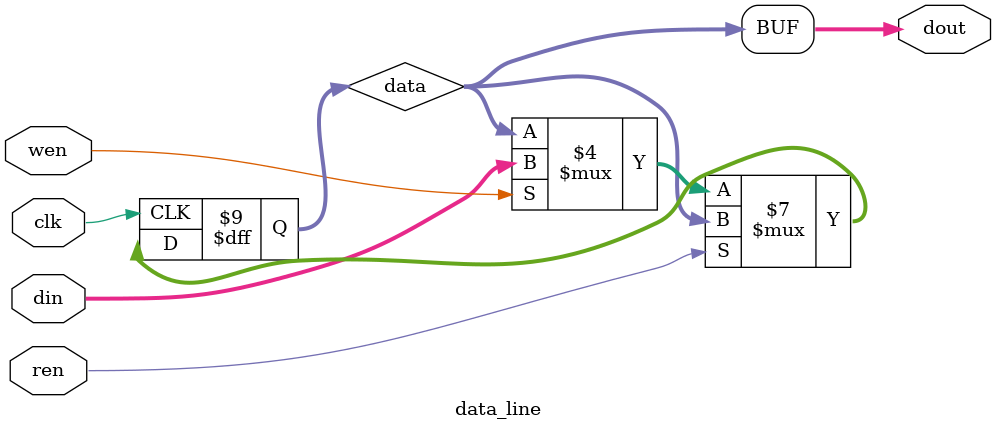
<source format=v>
`timescale 1ns/1ps

module Content_Addressable_Memory(clk, wen, ren, din, addr, dout, hit);
    input clk;
    input wen, ren;
    input [7:0] din;
    input [3:0] addr;
    output reg [3:0] dout;
    output reg hit;

    reg [3:0] tempout;
    wire temphit;
    wire [7:0] out[15:0]; 
    wire [15:0] addr_matching = {addr == 4'd15, addr == 4'd14, addr == 4'd13, addr == 4'd12, 
                                 addr == 4'd11, addr == 4'd10, addr == 4'd9, addr == 4'd8, 
                                 addr == 4'd7, addr == 4'd6, addr == 4'd5, addr == 4'd4, 
                                 addr == 4'd3, addr == 4'd2, addr == 4'd1, addr == 4'd0};
    
    data_line line_0(clk, ren, wen && addr_matching[0], din, out[0]);
    data_line line_1(clk, ren, wen && addr_matching[1], din, out[1]);
    data_line line_2(clk, ren, wen && addr_matching[2], din, out[2]);
    data_line line_3(clk, ren, wen && addr_matching[3], din, out[3]);
    data_line line_4(clk, ren, wen && addr_matching[4], din, out[4]);
    data_line line_5(clk, ren, wen && addr_matching[5], din, out[5]);
    data_line line_6(clk, ren, wen && addr_matching[6], din, out[6]);
    data_line line_7(clk, ren, wen && addr_matching[7], din, out[7]);
    data_line line_8(clk, ren, wen && addr_matching[8], din, out[8]);
    data_line line_9(clk, ren, wen && addr_matching[9], din, out[9]);
    data_line line_10(clk, ren, wen && addr_matching[10], din, out[10]);
    data_line line_11(clk, ren, wen && addr_matching[11], din, out[11]);
    data_line line_12(clk, ren, wen && addr_matching[12], din, out[12]);
    data_line line_13(clk, ren, wen && addr_matching[13], din, out[13]);
    data_line line_14(clk, ren, wen && addr_matching[14], din, out[14]);
    data_line line_15(clk, ren, wen && addr_matching[15], din, out[15]);

    always @(posedge clk) begin
        if(ren) begin
            dout <= tempout;
        end else begin
            dout <= 8'd0;
        end
    end
    always @(posedge clk) begin
        if(ren) begin
            hit <= temphit;
        end else begin
            hit <= 1'd0;
        end
    end

    always @(*) begin
        if(out[15] == din) begin
            tempout = 4'd15;
        end else begin
            if(out[14] == din) begin
                tempout = 4'd14;
            end else begin
                if(out[13] == din) begin
                    tempout = 4'd14;
                end else begin
                    if(out[12] == din) begin
                        tempout = 4'd12;
                    end else begin
                        if(out[11] == din) begin
                            tempout = 4'd11;
                        end else begin
                            if(out[10] == din) begin
                                tempout = 4'd10;
                            end else begin
                                if(out[9] == din) begin
                                    tempout = 4'd9;
                                end else begin
                                    if(out[8] == din) begin
                                        tempout = 4'd8;
                                    end else begin
                                        if(out[7] == din) begin
                                            tempout = 4'd7;
                                        end else begin
                                            if(out[6] == din) begin
                                                tempout = 4'd6;
                                            end else begin
                                                if(out[5] == din) begin
                                                    tempout = 4'd5;
                                                end else begin
                                                    if(out[4] == din) begin
                                                        tempout = 4'd4;
                                                    end else begin
                                                        if(out[3] == din) begin
                                                            tempout = 4'd3;
                                                        end else begin
                                                            if(out[2] == din) begin
                                                                tempout = 4'd2;
                                                            end else begin
                                                                if(out[1] == din) begin
                                                                    tempout = 4'd1;
                                                                end else begin
                                                                    if(out[0] == din) begin
                                                                        tempout = 4'd0;
                                                                    end else begin
                                                                        tempout = 4'd0;
                                                                    end
                                                                end
                                                            end
                                                        end
                                                    end
                                                end
                                            end
                                        end
                                    end
                                end
                            end
                        end
                    end
                end          
            end
        end
    end

    assign temphit = ren && (out[15] == din || out[14] == din || out[13] == din || out[12] == din || 
                             out[11] == din || out[10] == din || out[9] == din || out[8] == din || 
                             out[7] == din || out[6] == din || out[5] == din || out[4] == din || 
                             out[3] == din || out[2] == din || out[1] == din || out[0] == din);
endmodule

module data_line(clk, ren, wen, din, dout);
    input clk, ren, wen;
    input [7:0] din;
    output [7:0] dout;
    assign dout = data;

    reg [7:0] data = 8'b0;

    always @(posedge clk) begin
        if(ren) begin
            data <= data;
        end else begin
            if(wen) begin
                data <= din;
            end else begin
                data <= data;
            end
        end
    end
endmodule

</source>
